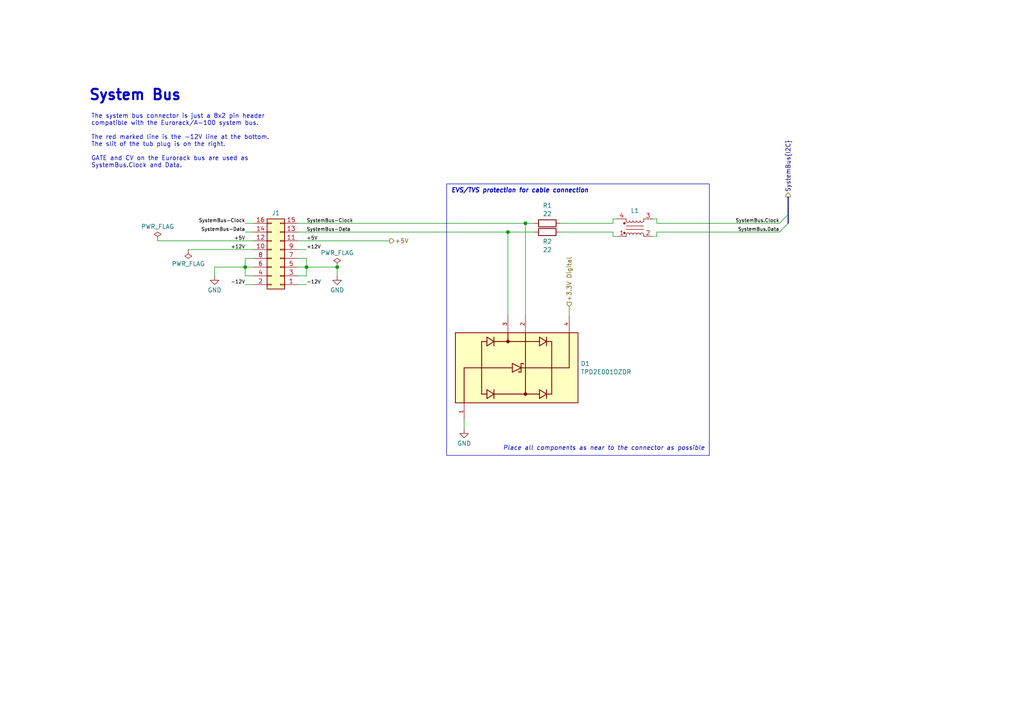
<source format=kicad_sch>
(kicad_sch (version 20250114) (generator "eeschema") (generator_version "9.0")
  (paper "A4")
  (title_block (title "Modular Music Controller / Sub-Board / System Bus") (date "2025-12-02") (rev "2") (company "Dennis Schulmeister-Zimolong"))
  (lib_symbols
    (symbol "Connector_Generic:Conn_02x08_Odd_Even" (pin_names (offset 1.016) (hide yes))
      (property "Reference" "J" (at 1.27 10.16 0))
      (property "Value" "Conn_02x08_Odd_Even" (at 1.27 -12.7 0))
      (symbol "Conn_02x08_Odd_Even_1_1"
        (rectangle (start -1.27 8.89) (end 3.81 -11.43) (stroke (width 0.254)) (fill (type background)))
        (rectangle (start -1.27 7.747) (end 0 7.493) (stroke (width 0.1524)))
        (rectangle (start -1.27 5.207) (end 0 4.953) (stroke (width 0.1524)))
        (rectangle (start -1.27 2.667) (end 0 2.413) (stroke (width 0.1524)))
        (rectangle (start -1.27 0.127) (end 0 -0.127) (stroke (width 0.1524)))
        (rectangle (start -1.27 -2.413) (end 0 -2.667) (stroke (width 0.1524)))
        (rectangle (start -1.27 -4.953) (end 0 -5.207) (stroke (width 0.1524)))
        (rectangle (start -1.27 -7.493) (end 0 -7.747) (stroke (width 0.1524)))
        (rectangle (start -1.27 -10.033) (end 0 -10.287) (stroke (width 0.1524)))
        (rectangle (start 3.81 7.747) (end 2.54 7.493) (stroke (width 0.1524)))
        (rectangle (start 3.81 5.207) (end 2.54 4.953) (stroke (width 0.1524)))
        (rectangle (start 3.81 2.667) (end 2.54 2.413) (stroke (width 0.1524)))
        (rectangle (start 3.81 0.127) (end 2.54 -0.127) (stroke (width 0.1524)))
        (rectangle (start 3.81 -2.413) (end 2.54 -2.667) (stroke (width 0.1524)))
        (rectangle (start 3.81 -4.953) (end 2.54 -5.207) (stroke (width 0.1524)))
        (rectangle (start 3.81 -7.493) (end 2.54 -7.747) (stroke (width 0.1524)))
        (rectangle (start 3.81 -10.033) (end 2.54 -10.287) (stroke (width 0.1524)))
        (pin passive line (at -5.08 7.62 0) (length 3.81) (name "Pin_1") (number "1"))
        (pin passive line (at -5.08 5.08 0) (length 3.81) (name "Pin_3") (number "3"))
        (pin passive line (at -5.08 2.54 0) (length 3.81) (name "Pin_5") (number "5"))
        (pin passive line (at -5.08 0 0) (length 3.81) (name "Pin_7") (number "7"))
        (pin passive line (at -5.08 -2.54 0) (length 3.81) (name "Pin_9") (number "9"))
        (pin passive line (at -5.08 -5.08 0) (length 3.81) (name "Pin_11") (number "11"))
        (pin passive line (at -5.08 -7.62 0) (length 3.81) (name "Pin_13") (number "13"))
        (pin passive line (at -5.08 -10.16 0) (length 3.81) (name "Pin_15") (number "15"))
        (pin passive line (at 7.62 7.62 180) (length 3.81) (name "Pin_2") (number "2"))
        (pin passive line (at 7.62 5.08 180) (length 3.81) (name "Pin_4") (number "4"))
        (pin passive line (at 7.62 2.54 180) (length 3.81) (name "Pin_6") (number "6"))
        (pin passive line (at 7.62 0 180) (length 3.81) (name "Pin_8") (number "8"))
        (pin passive line (at 7.62 -2.54 180) (length 3.81) (name "Pin_10") (number "10"))
        (pin passive line (at 7.62 -5.08 180) (length 3.81) (name "Pin_12") (number "12"))
        (pin passive line (at 7.62 -7.62 180) (length 3.81) (name "Pin_14") (number "14"))
        (pin passive line (at 7.62 -10.16 180) (length 3.81) (name "Pin_16") (number "16"))
      )
    )
    (symbol "Device:R" (pin_numbers (hide yes)) (pin_names (offset 0))
      (property "Reference" "R" (at 2.032 0 90))
      (property "Value" "R" (at 0 0 90))
      (symbol "R_0_1"
        (rectangle (start -1.016 -2.54) (end 1.016 2.54) (stroke (width 0.254)))
      )
      (symbol "R_1_1"
        (pin passive line (at 0 3.81 270) (length 1.27) (name "~") (number "1"))
        (pin passive line (at 0 -3.81 90) (length 1.27) (name "~") (number "2"))
      )
    )
    (symbol "Filter:Choke_Wurth_WE-CNSW_744232090"
      (property "Reference" "L" (at 0 5.08 0))
      (property "Value" "Choke_Wurth_WE-CNSW_744232090" (at 0 -5.08 0))
      (symbol "Choke_Wurth_WE-CNSW_744232090_1_1"
        (circle (center -3.048 1.524) (radius 0.254) (fill (type outline)))
        (circle (center -3.048 -1.27) (radius 0.254) (fill (type outline)))
        (polyline (pts (xy -2.54 2.032) (xy -2.54 2.54)))
        (polyline (pts (xy -2.54 0.508) (xy 2.54 0.508)))
        (polyline (pts (xy -2.54 -2.032) (xy -2.54 -2.54)))
        (arc (start -1.524 2.032) (mid -2.032 1.5262) (end -2.54 2.032))
        (arc (start -2.54 -2.032) (mid -2.032 -1.5262) (end -1.524 -2.032))
        (arc (start -0.508 2.032) (mid -1.016 1.5262) (end -1.524 2.032))
        (arc (start -1.524 -2.032) (mid -1.016 -1.5262) (end -0.508 -2.032))
        (arc (start 0.508 2.032) (mid 0 1.5262) (end -0.508 2.032))
        (arc (start -0.508 -2.032) (mid 0 -1.5262) (end 0.508 -2.032))
        (arc (start 1.524 2.032) (mid 1.016 1.5262) (end 0.508 2.032))
        (arc (start 0.508 -2.032) (mid 1.016 -1.5262) (end 1.524 -2.032))
        (arc (start 2.54 2.032) (mid 2.032 1.5262) (end 1.524 2.032))
        (arc (start 1.524 -2.032) (mid 2.032 -1.5262) (end 2.54 -2.032))
        (polyline (pts (xy 2.54 2.54) (xy 2.54 2.032)))
        (polyline (pts (xy 2.54 -0.508) (xy -2.54 -0.508)))
        (polyline (pts (xy 2.54 -2.032) (xy 2.54 -2.54)))
        (pin passive line (at -5.08 2.54 0) (length 2.54) (name "") (number "1"))
        (pin passive line (at -5.08 -2.54 0) (length 2.54) (name "") (number "4"))
        (pin passive line (at 5.08 2.54 180) (length 2.54) (name "") (number "2"))
        (pin passive line (at 5.08 -2.54 180) (length 2.54) (name "") (number "3"))
      )
    )
    (symbol "TPD2E001DZDR:TPD2E001DZDR" (pin_names (offset 1.016))
      (property "Reference" "D" (at -10.16 18.288 0))
      (property "Value" "TPD2E001DZDR" (at -10.16 -20.32 0))
      (symbol "TPD2E001DZDR_0_0"
        (rectangle (start -10.16 -17.78) (end 10.16 17.78) (stroke (width 0.254)) (fill (type background)))
        (polyline (pts (xy -8.89 8.636) (xy -7.62 8.636)) (stroke (width 0.254)))
        (polyline (pts (xy -8.89 6.604) (xy -7.62 6.604)) (stroke (width 0.254)))
        (polyline (pts (xy -8.89 -6.604) (xy -7.62 -6.604)) (stroke (width 0.254)))
        (polyline (pts (xy -8.89 -8.636) (xy -7.62 -8.636)) (stroke (width 0.254)))
        (polyline (pts (xy -7.62 10.16) (xy 0 10.16)) (stroke (width 0.254)))
        (polyline (pts (xy -7.62 8.636) (xy -8.89 6.604)) (stroke (width 0.254)))
        (polyline (pts (xy -7.62 8.636) (xy -7.62 10.16)) (stroke (width 0.254)))
        (polyline (pts (xy -7.62 8.636) (xy -6.35 8.636)) (stroke (width 0.254)))
        (polyline (pts (xy -7.62 6.604) (xy -7.62 -2.54)) (stroke (width 0.254)))
        (polyline (pts (xy -7.62 6.604) (xy -6.35 6.604)) (stroke (width 0.254)))
        (circle (center -7.62 -2.54) (radius 0.254) (stroke (width 0.508)))
        (polyline (pts (xy -7.62 -2.54) (xy -10.16 -2.54)) (stroke (width 0.254)))
        (polyline (pts (xy -7.62 -2.54) (xy -7.62 -6.604)) (stroke (width 0.254)))
        (polyline (pts (xy -7.62 -6.604) (xy -8.89 -8.636)) (stroke (width 0.254)))
        (polyline (pts (xy -7.62 -6.604) (xy -6.35 -6.604)) (stroke (width 0.254)))
        (polyline (pts (xy -7.62 -8.636) (xy -6.35 -8.636)) (stroke (width 0.254)))
        (polyline (pts (xy -7.62 -10.16) (xy -7.62 -8.636)) (stroke (width 0.254)))
        (polyline (pts (xy -7.62 -10.16) (xy 0 -10.16)) (stroke (width 0.254)))
        (polyline (pts (xy -6.35 6.604) (xy -7.62 8.636)) (stroke (width 0.254)))
        (polyline (pts (xy -6.35 -8.636) (xy -7.62 -6.604)) (stroke (width 0.254)))
        (polyline (pts (xy -1.27 1.905) (xy -1.27 1.27)) (stroke (width 0.254)))
        (polyline (pts (xy -1.27 1.905) (xy -1.016 1.905)) (stroke (width 0.254)))
        (polyline (pts (xy -1.27 1.27) (xy 0 1.27)) (stroke (width 0.254)))
        (polyline (pts (xy -1.27 -1.27) (xy 0 -1.27)) (stroke (width 0.254)))
        (polyline (pts (xy 0 15.24) (xy -10.16 15.24)) (stroke (width 0.254)))
        (polyline (pts (xy 0 10.16) (xy 0 15.24)) (stroke (width 0.254)))
        (polyline (pts (xy 0 10.16) (xy 7.62 10.16)) (stroke (width 0.254)))
        (polyline (pts (xy 0 1.27) (xy -1.27 -1.27)) (stroke (width 0.254)))
        (polyline (pts (xy 0 1.27) (xy 0 10.16)) (stroke (width 0.254)))
        (polyline (pts (xy 0 1.27) (xy 1.27 1.27)) (stroke (width 0.254)))
        (polyline (pts (xy 0 -1.27) (xy 0 -10.16)) (stroke (width 0.254)))
        (polyline (pts (xy 0 -1.27) (xy 1.27 -1.27)) (stroke (width 0.254)))
        (polyline (pts (xy 0 -10.16) (xy 0 -15.24)) (stroke (width 0.254)))
        (polyline (pts (xy 0 -10.16) (xy 7.62 -10.16)) (stroke (width 0.254)))
        (polyline (pts (xy 0 -15.24) (xy 10.16 -15.24)) (stroke (width 0.254)))
        (polyline (pts (xy 1.016 0.635) (xy 1.27 0.635)) (stroke (width 0.254)))
        (polyline (pts (xy 1.27 1.27) (xy 1.27 0.635)) (stroke (width 0.254)))
        (polyline (pts (xy 1.27 -1.27) (xy 0 1.27)) (stroke (width 0.254)))
        (polyline (pts (xy 6.35 8.636) (xy 7.62 8.636)) (stroke (width 0.254)))
        (polyline (pts (xy 6.35 6.604) (xy 7.62 6.604)) (stroke (width 0.254)))
        (polyline (pts (xy 6.35 -6.604) (xy 7.62 -6.604)) (stroke (width 0.254)))
        (polyline (pts (xy 6.35 -8.636) (xy 7.62 -8.636)) (stroke (width 0.254)))
        (polyline (pts (xy 7.62 8.636) (xy 6.35 6.604)) (stroke (width 0.254)))
        (polyline (pts (xy 7.62 8.636) (xy 7.62 10.16)) (stroke (width 0.254)))
        (polyline (pts (xy 7.62 8.636) (xy 8.89 8.636)) (stroke (width 0.254)))
        (polyline (pts (xy 7.62 6.604) (xy 8.89 6.604)) (stroke (width 0.254)))
        (polyline (pts (xy 7.62 2.54) (xy -10.16 2.54)) (stroke (width 0.254)))
        (polyline (pts (xy 7.62 2.54) (xy 7.62 6.604)) (stroke (width 0.254)))
        (circle (center 7.62 2.54) (radius 0.254) (stroke (width 0.508)))
        (polyline (pts (xy 7.62 -6.604) (xy 6.35 -8.636)) (stroke (width 0.254)))
        (polyline (pts (xy 7.62 -6.604) (xy 7.62 2.54)) (stroke (width 0.254)))
        (polyline (pts (xy 7.62 -6.604) (xy 8.89 -6.604)) (stroke (width 0.254)))
        (polyline (pts (xy 7.62 -8.636) (xy 8.89 -8.636)) (stroke (width 0.254)))
        (polyline (pts (xy 7.62 -10.16) (xy 7.62 -8.636)) (stroke (width 0.254)))
        (polyline (pts (xy 8.89 6.604) (xy 7.62 8.636)) (stroke (width 0.254)))
        (polyline (pts (xy 8.89 -8.636) (xy 7.62 -6.604)) (stroke (width 0.254)))
        (pin power_in line (at -15.24 15.24 0) (length 5.08) (name "~") (number "4"))
        (pin bidirectional line (at -15.24 2.54 0) (length 5.08) (name "~") (number "2"))
        (pin bidirectional line (at -15.24 -2.54 0) (length 5.08) (name "~") (number "3"))
        (pin power_in line (at 15.24 -15.24 180) (length 5.08) (name "~") (number "1"))
      )
    )
    (symbol "power:GND" (power) (pin_numbers (hide yes)) (pin_names (offset 0) (hide yes))
      (property "Value" "GND" (at 0 -3.81 0))
      (symbol "GND_0_1"
        (polyline (pts (xy 0 0) (xy 0 -1.27) (xy 1.27 -1.27) (xy 0 -2.54) (xy -1.27 -1.27) (xy 0 -1.27)))
      )
      (symbol "GND_1_1"
        (pin power_in line (at 0 0 270) (length 0) (name "~") (number "1"))
      )
    )
    (symbol "power:PWR_FLAG" (power) (pin_numbers (hide yes)) (pin_names (offset 0) (hide yes))
      (property "Value" "PWR_FLAG" (at 0 3.81 0))
      (symbol "PWR_FLAG_0_0"
        (pin power_out line (at 0 0 90) (length 0) (name "~") (number "1"))
      )
      (symbol "PWR_FLAG_0_1"
        (polyline (pts (xy 0 0) (xy 0 1.27) (xy -1.016 1.905) (xy 0 2.54) (xy 1.016 1.905) (xy 0 1.27)))
      )
    )
  )
  (rectangle (start 129.54 53.34) (end 205.74 132.08))
  (text "EVS/TVS protection for cable connection" (at 130.81 54.61 0) (effects (font (size 1.27 1.27) (thickness 0.254) (bold yes) (italic yes)) (justify left top)))
  (text "The system bus connector is just a 8x2 pin header\ncompatible with the Eurorack/A-100 system bus.\n\nThe red marked line is the -12V line at the bottom.\nThe slit of the tub plug is on the right.\n\nGATE and CV on the Eurorack bus are used as\nSystemBus.Clock and Data." (at 26.416 33.02 0) (effects (font (size 1.27 1.27)) (justify left top)))
  (text "System Bus" (at 25.654 25.908 0) (effects (font (size 3 3) (thickness 0.6) (bold yes)) (justify left top)))
  (text "Place all components as near to the connector as possible" (at 204.47 130.81 0) (effects (font (size 1.27 1.27) (thickness 0.1588) (italic yes)) (justify right bottom)))
  (junction (at 147.32 67.31))
  (junction (at 88.9 77.47))
  (junction (at 152.4 64.77))
  (junction (at 97.79 77.47))
  (junction (at 71.12 77.47))
  (bus_entry (at 226.06 67.31) (size 2.54 -2.54))
  (bus_entry (at 226.06 64.77) (size 2.54 -2.54))
  (bus (pts (xy 228.6 57.15) (xy 228.6 62.23)))
  (wire (pts (xy 71.12 77.47) (xy 73.66 77.47)))
  (wire (pts (xy 86.36 67.31) (xy 147.32 67.31)))
  (wire (pts (xy 147.32 67.31) (xy 147.32 91.44)))
  (wire (pts (xy 86.36 72.39) (xy 88.9 72.39)))
  (wire (pts (xy 71.12 67.31) (xy 73.66 67.31)))
  (wire (pts (xy 71.12 77.47) (xy 71.12 80.01)))
  (wire (pts (xy 190.5 64.77) (xy 226.06 64.77)))
  (wire (pts (xy 45.72 69.85) (xy 73.66 69.85)))
  (wire (pts (xy 88.9 77.47) (xy 88.9 80.01)))
  (wire (pts (xy 71.12 74.93) (xy 71.12 77.47)))
  (wire (pts (xy 177.8 67.31) (xy 177.8 68.58)))
  (wire (pts (xy 86.36 80.01) (xy 88.9 80.01)))
  (wire (pts (xy 162.56 64.77) (xy 177.8 64.77)))
  (wire (pts (xy 177.8 63.5) (xy 179.07 63.5)))
  (wire (pts (xy 162.56 67.31) (xy 177.8 67.31)))
  (bus (pts (xy 228.6 62.23) (xy 228.6 64.77)))
  (wire (pts (xy 190.5 67.31) (xy 190.5 68.58)))
  (wire (pts (xy 86.36 74.93) (xy 88.9 74.93)))
  (wire (pts (xy 177.8 64.77) (xy 177.8 63.5)))
  (wire (pts (xy 97.79 80.01) (xy 97.79 77.47)))
  (wire (pts (xy 190.5 64.77) (xy 190.5 63.5)))
  (wire (pts (xy 86.36 69.85) (xy 113.03 69.85)))
  (wire (pts (xy 62.23 80.01) (xy 62.23 77.47)))
  (wire (pts (xy 190.5 67.31) (xy 226.06 67.31)))
  (wire (pts (xy 71.12 80.01) (xy 73.66 80.01)))
  (wire (pts (xy 71.12 74.93) (xy 73.66 74.93)))
  (wire (pts (xy 62.23 77.47) (xy 71.12 77.47)))
  (wire (pts (xy 86.36 64.77) (xy 152.4 64.77)))
  (wire (pts (xy 190.5 63.5) (xy 189.23 63.5)))
  (wire (pts (xy 165.1 88.9) (xy 165.1 91.44)))
  (wire (pts (xy 86.36 77.47) (xy 88.9 77.47)))
  (wire (pts (xy 147.32 67.31) (xy 154.94 67.31)))
  (wire (pts (xy 152.4 64.77) (xy 152.4 91.44)))
  (wire (pts (xy 177.8 68.58) (xy 179.07 68.58)))
  (wire (pts (xy 190.5 68.58) (xy 189.23 68.58)))
  (wire (pts (xy 134.62 121.92) (xy 134.62 124.46)))
  (wire (pts (xy 152.4 64.77) (xy 154.94 64.77)))
  (wire (pts (xy 54.61 72.39) (xy 73.66 72.39)))
  (wire (pts (xy 88.9 74.93) (xy 88.9 77.47)))
  (wire (pts (xy 86.36 82.55) (xy 88.9 82.55)))
  (wire (pts (xy 97.79 77.47) (xy 88.9 77.47)))
  (wire (pts (xy 71.12 64.77) (xy 73.66 64.77)))
  (wire (pts (xy 71.12 82.55) (xy 73.66 82.55)))
  (label "+5V" (at 71.12 69.85 180) (effects (font (size 1 1))))
  (label "SystemBus-Data" (at 88.9 67.31 0) (effects (font (size 1 1))))
  (label "SystemBus.Data" (at 226.06 67.31 180) (effects (font (size 1 1))))
  (label "-12V" (at 71.12 82.55 180) (effects (font (size 1 1))))
  (label "SystemBus-Clock" (at 71.12 64.77 180) (effects (font (size 1 1))))
  (label "SystemBus.Clock" (at 226.06 64.77 180) (effects (font (size 1 1))))
  (label "SystemBus-Data" (at 71.12 67.31 180) (effects (font (size 1 1))))
  (label "+5V" (at 88.9 69.85 0) (effects (font (size 1 1))))
  (label "SystemBus-Clock" (at 88.9 64.77 0) (effects (font (size 1 1))))
  (label "-12V" (at 88.9 82.55 0) (effects (font (size 1 1))))
  (label "+12V" (at 88.9 72.39 0) (effects (font (size 1 1))))
  (label "+12V" (at 71.12 72.39 180) (effects (font (size 1 1))))
  (hierarchical_label "SystemBus{I2C}" (shape output) (at 228.6 57.15 90))
  (hierarchical_label "+5V" (shape output) (at 113.03 69.85 0))
  (hierarchical_label "+3.3V Digital" (shape input) (at 165.1 88.9 90))
  (symbol (lib_id "Connector_Generic:Conn_02x08_Odd_Even") (at 81.28 74.93 180) (unit 1)
    (property "Reference" "J1" (at 80.01 61.7799 0))
    (property "Value" "Harwin M20-8760846" (effects (hide yes)))
    (property "Footprint" "Connector_PinHeader_2.54mm:PinHeader_2x08_P2.54mm_Vertical_SMD" (effects (hide yes)))
    (property "Description" "Generic connector, double row, 02x08, odd/even pin numbering scheme (row 1 odd numbers, row 2 even numbers), script generated (kicad-library-utils/schlib/autogen/connector/)" (effects (hide yes)))
  )
  (symbol (lib_id "power:GND") (at 97.79 80.01 0) (unit 1)
    (property "Reference" "#PWR02" (effects (hide yes)))
    (property "Value" "GND" (at 97.79 84.1431 0))
    (property "Description" "Power symbol creates a global label with name \"GND\" , ground" (effects (hide yes)))
  )
  (symbol (lib_id "power:GND") (at 134.62 124.46 0) (unit 1)
    (property "Reference" "#PWR03" (effects (hide yes)))
    (property "Value" "GND" (at 134.62 128.5931 0))
    (property "Description" "Power symbol creates a global label with name \"GND\" , ground" (effects (hide yes)))
  )
  (symbol (lib_id "power:PWR_FLAG") (at 54.61 72.39 180) (unit 1)
    (property "Reference" "#FLG02" (effects (hide yes)))
    (property "Value" "PWR_FLAG" (at 54.61 76.5231 0))
    (property "Description" "Special symbol for telling ERC where power comes from" (effects (hide yes)))
  )
  (symbol (lib_id "Device:R") (at 158.75 67.31 90) (unit 1)
    (property "Reference" "R2" (at 158.75 70.0461 90))
    (property "Value" "22" (at 158.75 72.4704 90))
    (property "Footprint" "Resistor_SMD:R_0402_1005Metric" (effects (hide yes)))
    (property "Description" "Resistor" (effects (hide yes)))
  )
  (symbol (lib_id "Device:R") (at 158.75 64.77 90) (unit 1)
    (property "Reference" "R1" (at 158.75 59.6095 90))
    (property "Value" "22" (at 158.75 62.0338 90))
    (property "Footprint" "Resistor_SMD:R_0402_1005Metric" (effects (hide yes)))
    (property "Description" "Resistor" (effects (hide yes)))
  )
  (symbol (lib_id "TPD2E001DZDR:TPD2E001DZDR") (at 149.86 106.68 270) (unit 1)
    (property "Reference" "D1" (at 168.402 105.4678 90) (effects (justify left)))
    (property "Value" "TPD2E001DZDR" (at 168.402 107.8921 90) (effects (justify left)))
    (property "Footprint" "TPD2E001DZDR:SOT192P237X122-4N" (effects (hide yes)))
    (property "Description" "TPD2E001 SOP23 package (alternatively TPD2E2U06DRLR)" (effects (hide yes)))
    (property "MF" "Texas Instruments" (effects (hide yes)))
    (property "SNAPEDA_PACKAGE_ID" "103529" (effects (hide yes)))
    (property "Package" "SOT-23-4 Texas Instruments" (effects (hide yes)))
    (property "Price" "None" (effects (hide yes)))
    (property "Check_prices" "https://www.snapeda.com/parts/TPD2E001DZDR/Texas+Instruments/view-part/?ref=eda" (effects (hide yes)))
    (property "STANDARD" "IPC-7351B" (effects (hide yes)))
    (property "PARTREV" "I" (effects (hide yes)))
    (property "SnapEDA_Link" "https://www.snapeda.com/parts/TPD2E001DZDR/Texas+Instruments/view-part/?ref=snap" (effects (hide yes)))
    (property "MP" "TPD2E001DZDR" (effects (hide yes)))
    (property "Description_1" "Dual 1.5-pF, 5.5-V,  ±8-kV ESD protection diode with  1-nA max leakage & VCC pin for USB 2.0" (effects (hide yes)))
    (property "MANUFACTURER" "Texas Instruments" (effects (hide yes)))
    (property "Availability" "In Stock" (effects (hide yes)))
    (property "MAXIMUM_PACKAGE_HEIGHT" "1.22mm" (effects (hide yes)))
  )
  (symbol (lib_id "power:PWR_FLAG") (at 97.79 77.47 0) (unit 1)
    (property "Reference" "#FLG03" (effects (hide yes)))
    (property "Value" "PWR_FLAG" (at 97.79 73.3369 0))
    (property "Description" "Special symbol for telling ERC where power comes from" (effects (hide yes)))
  )
  (symbol (lib_id "power:GND") (at 62.23 80.01 0) (unit 1)
    (property "Reference" "#PWR01" (effects (hide yes)))
    (property "Value" "GND" (at 62.23 84.1431 0))
    (property "Description" "Power symbol creates a global label with name \"GND\" , ground" (effects (hide yes)))
  )
  (symbol (lib_id "Filter:Choke_Wurth_WE-CNSW_744232090") (at 184.15 66.04 0) (mirror x) (unit 1)
    (property "Reference" "L1" (at 184.15 61.0983 0))
    (property "Value" "Wuerth 744232090" (effects (hide yes)))
    (property "Footprint" "Inductor_SMD:L_CommonMode_Wurth_WE-CNSW-1206" (effects (hide yes)))
    (property "Datasheet" "https://www.we-online.com/components/products/datasheet/744232090.pdf" (effects (hide yes)))
    (property "Description" "Common mode choke, 370 mA, 125VDC, USB2.0, 111 nH" (effects (hide yes)))
  )
  (symbol (lib_id "power:PWR_FLAG") (at 45.72 69.85 0) (unit 1)
    (property "Reference" "#FLG01" (effects (hide yes)))
    (property "Value" "PWR_FLAG" (at 45.72 65.7169 0))
    (property "Description" "Special symbol for telling ERC where power comes from" (effects (hide yes)))
  )
)
</source>
